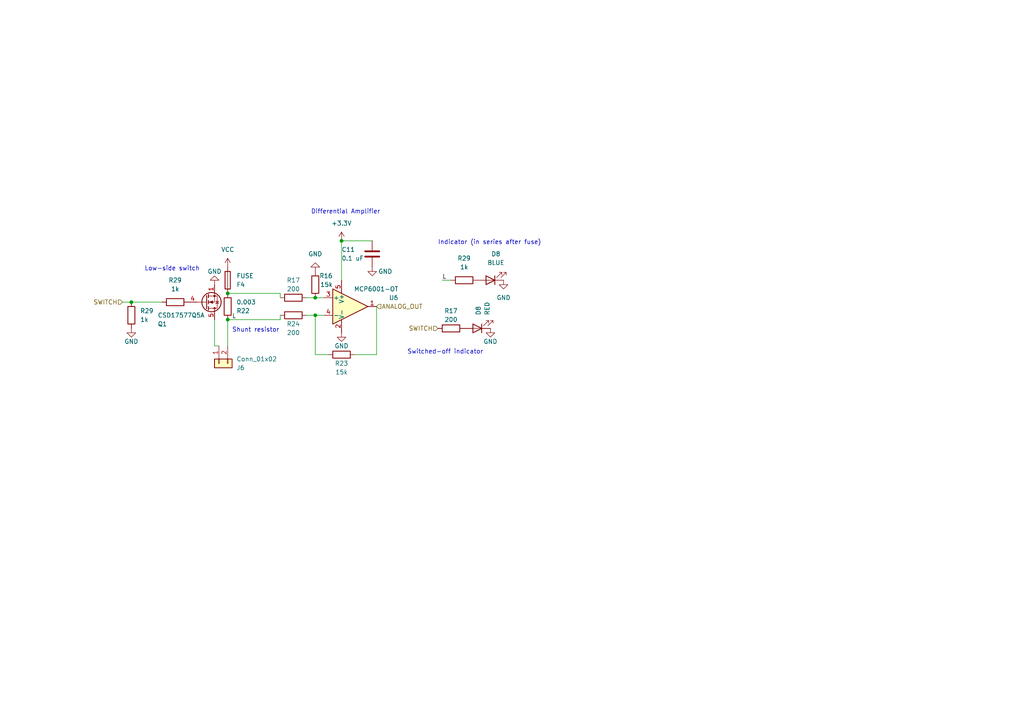
<source format=kicad_sch>
(kicad_sch (version 20230121) (generator eeschema)
  (paper "A4")
  (lib_symbols
    (symbol "Amplifier_Operational:MCP6001-OT" (pin_names (offset 0.127))
      (property "Reference" "U" (at -1.27 6.35 0))
      (property "Value" "MCP6001-OT" (at -1.27 3.81 0))
      (symbol "MCP6001-OT_0_1"
        (polyline (pts (xy -5.08 5.08) (xy 5.08 0) (xy -5.08 -5.08) (xy -5.08 5.08)) (stroke (width 0.254)) (fill (type background)))
        (pin power_in line (at -2.54 -7.62 90) (length 3.81) (name "V-") (number "2"))
        (pin power_in line (at -2.54 7.62 270) (length 3.81) (name "V+") (number "5"))
      )
      (symbol "MCP6001-OT_1_1"
        (pin output line (at 7.62 0 180) (length 2.54) (name "~") (number "1"))
        (pin input line (at -7.62 2.54 0) (length 2.54) (name "+") (number "3"))
        (pin input line (at -7.62 -2.54 0) (length 2.54) (name "-") (number "4"))
      )
    )
    (symbol "Connector_Generic:Conn_01x02" (pin_names (offset 1.016) hide)
      (property "Reference" "J" (at 0 2.54 0))
      (property "Value" "Conn_01x02" (at 0 -5.08 0))
      (symbol "Conn_01x02_1_1"
        (rectangle (start -1.27 -2.413) (end 0 -2.667) (stroke (width 0.1524)))
        (rectangle (start -1.27 0.127) (end 0 -0.127) (stroke (width 0.1524)))
        (rectangle (start -1.27 1.27) (end 1.27 -3.81) (stroke (width 0.254)) (fill (type background)))
        (pin passive line (at -5.08 0 0) (length 3.81) (name "Pin_1") (number "1"))
        (pin passive line (at -5.08 -2.54 0) (length 3.81) (name "Pin_2") (number "2"))
      )
    )
    (symbol "Device:C" (pin_numbers hide) (pin_names (offset 0.254))
      (property "Reference" "C" (at 0.635 2.54 0))
      (property "Value" "C" (at 0.635 -2.54 0))
      (symbol "C_0_1"
        (polyline (pts (xy -2.032 -0.762) (xy 2.032 -0.762)) (stroke (width 0.508)))
        (polyline (pts (xy -2.032 0.762) (xy 2.032 0.762)) (stroke (width 0.508)))
      )
      (symbol "C_1_1"
        (pin passive line (at 0 3.81 270) (length 2.794) (name "~") (number "1"))
        (pin passive line (at 0 -3.81 90) (length 2.794) (name "~") (number "2"))
      )
    )
    (symbol "Device:Fuse" (pin_numbers hide) (pin_names (offset 0))
      (property "Reference" "F" (at 2.032 0 90))
      (property "Value" "Fuse" (at -1.905 0 90))
      (symbol "Fuse_0_1"
        (rectangle (start -0.762 -2.54) (end 0.762 2.54) (stroke (width 0.254)))
        (polyline (pts (xy 0 2.54) (xy 0 -2.54)))
      )
      (symbol "Fuse_1_1"
        (pin passive line (at 0 3.81 270) (length 1.27) (name "~") (number "1"))
        (pin passive line (at 0 -3.81 90) (length 1.27) (name "~") (number "2"))
      )
    )
    (symbol "Device:LED" (pin_numbers hide) (pin_names (offset 1.016) hide)
      (property "Reference" "D" (at 0 2.54 0))
      (property "Value" "LED" (at 0 -2.54 0))
      (symbol "LED_0_1"
        (polyline (pts (xy -1.27 -1.27) (xy -1.27 1.27)) (stroke (width 0.254)))
        (polyline (pts (xy -1.27 0) (xy 1.27 0)))
        (polyline (pts (xy 1.27 -1.27) (xy 1.27 1.27) (xy -1.27 0) (xy 1.27 -1.27)) (stroke (width 0.254)))
        (polyline (pts (xy -3.048 -0.762) (xy -4.572 -2.286) (xy -3.81 -2.286) (xy -4.572 -2.286) (xy -4.572 -1.524)))
        (polyline (pts (xy -1.778 -0.762) (xy -3.302 -2.286) (xy -2.54 -2.286) (xy -3.302 -2.286) (xy -3.302 -1.524)))
      )
      (symbol "LED_1_1"
        (pin passive line (at -3.81 0 0) (length 2.54) (name "K") (number "1"))
        (pin passive line (at 3.81 0 180) (length 2.54) (name "A") (number "2"))
      )
    )
    (symbol "Device:R" (pin_numbers hide) (pin_names (offset 0))
      (property "Reference" "R" (at 2.032 0 90))
      (property "Value" "R" (at 0 0 90))
      (symbol "R_0_1"
        (rectangle (start -1.016 -2.54) (end 1.016 2.54) (stroke (width 0.254)))
      )
      (symbol "R_1_1"
        (pin passive line (at 0 3.81 270) (length 1.27) (name "~") (number "1"))
        (pin passive line (at 0 -3.81 90) (length 1.27) (name "~") (number "2"))
      )
    )
    (symbol "Transistor_FET:CSD17577Q5A" (pin_names hide)
      (property "Reference" "Q" (at 5.08 1.905 0))
      (property "Value" "CSD17577Q5A" (at 5.08 0 0))
      (symbol "CSD17577Q5A_0_1"
        (polyline (pts (xy 0.254 0) (xy -2.54 0)))
        (polyline (pts (xy 0.254 1.905) (xy 0.254 -1.905)) (stroke (width 0.254)))
        (polyline (pts (xy 0.762 -1.27) (xy 0.762 -2.286)) (stroke (width 0.254)))
        (polyline (pts (xy 0.762 0.508) (xy 0.762 -0.508)) (stroke (width 0.254)))
        (polyline (pts (xy 0.762 2.286) (xy 0.762 1.27)) (stroke (width 0.254)))
        (polyline (pts (xy 2.54 2.54) (xy 2.54 1.778)))
        (polyline (pts (xy 2.54 -2.54) (xy 2.54 0) (xy 0.762 0)))
        (polyline (pts (xy 0.762 -1.778) (xy 3.302 -1.778) (xy 3.302 1.778) (xy 0.762 1.778)))
        (polyline (pts (xy 1.016 0) (xy 2.032 0.381) (xy 2.032 -0.381) (xy 1.016 0)) (fill (type outline)))
        (polyline (pts (xy 2.794 0.508) (xy 2.921 0.381) (xy 3.683 0.381) (xy 3.81 0.254)))
        (polyline (pts (xy 3.302 0.381) (xy 2.921 -0.254) (xy 3.683 -0.254) (xy 3.302 0.381)))
        (circle (center 1.651 0) (radius 2.794) (stroke (width 0.254)))
        (circle (center 2.54 -1.778) (radius 0.254) (fill (type outline)))
        (circle (center 2.54 1.778) (radius 0.254) (fill (type outline)))
      )
      (symbol "CSD17577Q5A_1_1"
        (pin passive line (at 2.54 -5.08 90) (length 2.54) (name "S") (number "1"))
        (pin passive line (at 2.54 -5.08 90) (length 2.54) hide (name "S") (number "2"))
        (pin passive line (at 2.54 -5.08 90) (length 2.54) hide (name "S") (number "3"))
        (pin passive line (at -5.08 0 0) (length 2.54) (name "G") (number "4"))
        (pin passive line (at 2.54 5.08 270) (length 2.54) (name "D") (number "5"))
      )
    )
    (symbol "power:+3.3V" (power) (pin_names (offset 0))
      (property "Value" "+3.3V" (at 0 3.556 0))
      (symbol "+3.3V_0_1"
        (polyline (pts (xy -0.762 1.27) (xy 0 2.54)))
        (polyline (pts (xy 0 0) (xy 0 2.54)))
        (polyline (pts (xy 0 2.54) (xy 0.762 1.27)))
      )
      (symbol "+3.3V_1_1"
        (pin power_in line (at 0 0 90) (length 0) hide (name "+3.3V") (number "1"))
      )
    )
    (symbol "power:GND" (power) (pin_names (offset 0))
      (property "Value" "GND" (at 0 -3.81 0))
      (symbol "GND_0_1"
        (polyline (pts (xy 0 0) (xy 0 -1.27) (xy 1.27 -1.27) (xy 0 -2.54) (xy -1.27 -1.27) (xy 0 -1.27)))
      )
      (symbol "GND_1_1"
        (pin power_in line (at 0 0 270) (length 0) hide (name "GND") (number "1"))
      )
    )
    (symbol "power:VCC" (power) (pin_names (offset 0))
      (property "Value" "VCC" (at 0 3.81 0))
      (symbol "VCC_0_1"
        (polyline (pts (xy -0.762 1.27) (xy 0 2.54)))
        (polyline (pts (xy 0 0) (xy 0 2.54)))
        (polyline (pts (xy 0 2.54) (xy 0.762 1.27)))
      )
      (symbol "VCC_1_1"
        (pin power_in line (at 0 0 90) (length 0) hide (name "VCC") (number "1"))
      )
    )
  )
  (junction (at 38.1 87.63))
  (junction (at 91.44 91.44))
  (junction (at 66.04 92.71))
  (junction (at 91.44 86.36))
  (junction (at 66.04 85.09))
  (junction (at 99.06 69.85))
  (wire (pts (xy 62.23 92.71) (xy 62.23 100.33)))
  (wire (pts (xy 93.98 91.44) (xy 91.44 91.44)))
  (wire (pts (xy 91.44 86.36) (xy 88.9 86.36)))
  (wire (pts (xy 128.27 81.28) (xy 130.81 81.28)))
  (wire (pts (xy 99.06 69.85) (xy 107.95 69.85)))
  (wire (pts (xy 93.98 86.36) (xy 91.44 86.36)))
  (wire (pts (xy 35.56 87.63) (xy 38.1 87.63)))
  (wire (pts (xy 91.44 102.87) (xy 91.44 91.44)))
  (wire (pts (xy 66.04 100.33) (xy 66.04 92.71)))
  (wire (pts (xy 109.22 102.87) (xy 109.22 88.9)))
  (wire (pts (xy 81.28 86.36) (xy 81.28 85.09)))
  (wire (pts (xy 62.23 100.33) (xy 63.5 100.33)))
  (wire (pts (xy 38.1 87.63) (xy 46.99 87.63)))
  (wire (pts (xy 91.44 91.44) (xy 88.9 91.44)))
  (wire (pts (xy 91.44 102.87) (xy 95.25 102.87)))
  (wire (pts (xy 99.06 69.85) (xy 99.06 81.28)))
  (wire (pts (xy 66.04 92.71) (xy 81.28 92.71)))
  (wire (pts (xy 102.87 102.87) (xy 109.22 102.87)))
  (wire (pts (xy 81.28 85.09) (xy 66.04 85.09)))
  (wire (pts (xy 81.28 92.71) (xy 81.28 91.44)))
  (text "Differential Amplifier" (at 90.17 62.23 0) (effects (font (size 1.27 1.27)) (justify left bottom)))
  (text "Shunt resistor" (at 67.31 96.52 0) (effects (font (size 1.27 1.27)) (justify left bottom)))
  (text "Indicator (in series after fuse)" (at 127 71.12 0) (effects (font (size 1.27 1.27)) (justify left bottom)))
  (text "Switched-off indicator" (at 118.11 102.87 0) (effects (font (size 1.27 1.27)) (justify left bottom)))
  (text "Low-side switch" (at 41.91 78.74 0) (effects (font (size 1.27 1.27)) (justify left bottom)))
  (label "L" (at 128.27 81.28 0))
  (label "L" (at 67.31 92.71 0))
  (hierarchical_label "SWITCH" (shape input) (at 127 95.25 180))
  (hierarchical_label "SWITCH" (shape input) (at 35.56 87.63 180))
  (hierarchical_label "ANALOG_OUT" (shape input) (at 109.22 88.9 0))
  (symbol (lib_id "Connector_Generic:Conn_01x02") (at 63.5 105.41 90) (mirror x) (unit 1)
    (property "Reference" "J6" (at 68.58 106.6801 90) (effects (justify right)))
    (property "Value" "Conn_01x02" (at 68.58 104.1401 90) (effects (justify right)))
    (property "Footprint" "Connector_JST:JST_VH_B2P-VH-B_1x02_P3.96mm_Vertical" (effects hide))
    (instances (project "Hephaestos" (path "" (reference "J6") (unit 1)) (path "" (reference "J8") (unit 1)) (path "" (reference "J4") (unit 1)) (path "" (reference "J7") (unit 1)) (path "" (reference "J5") (unit 1)) (path "" (reference "J2") (unit 1)) (path "" (reference "J3") (unit 1)) (path "" (reference "J11") (unit 1))))
  )
  (symbol (lib_id "power:GND") (at 91.44 78.74 180) (unit 1)
    (property "Reference" "#PWR046" (effects hide))
    (property "Value" "GND" (at 91.44 73.66 0))
    (instances (project "Hephaestos" (path "" (reference "#PWR046") (unit 1)) (path "" (reference "#PWR056") (unit 1)) (path "" (reference "#PWR070") (unit 1)) (path "" (reference "#PWR077") (unit 1)) (path "" (reference "#PWR084") (unit 1)) (path "" (reference "#PWR091") (unit 1)) (path "" (reference "#PWR039") (unit 1)) (path "" (reference "#PWR063") (unit 1))))
  )
  (symbol (lib_id "Device:R") (at 130.81 95.25 270) (unit 1)
    (property "Reference" "R17" (at 130.81 90.17 90))
    (property "Value" "200" (at 130.81 92.71 90))
    (property "Footprint" "Resistor_SMD:R_0402_1005Metric" (effects hide))
    (instances (project "Hephaestos" (path "" (reference "R17") (unit 1)) (path "" (reference "R42") (unit 1)) (path "" (reference "R17") (unit 1)) (path "" (reference "R45") (unit 1)) (path "" (reference "R34") (unit 1)) (path "" (reference "R9") (unit 1)) (path "" (reference "R5") (unit 1)) (path "" (reference "R43") (unit 1))))
  )
  (symbol (lib_id "power:VCC") (at 66.04 77.47 0) (mirror y) (unit 1)
    (property "Reference" "#PWR045" (effects hide))
    (property "Value" "VCC" (at 66.04 72.39 0))
    (instances (project "Hephaestos" (path "" (reference "#PWR045") (unit 1)) (path "" (reference "#PWR055") (unit 1)) (path "" (reference "#PWR069") (unit 1)) (path "" (reference "#PWR076") (unit 1)) (path "" (reference "#PWR083") (unit 1)) (path "" (reference "#PWR090") (unit 1)) (path "" (reference "#PWR035") (unit 1)) (path "" (reference "#PWR062") (unit 1))))
  )
  (symbol (lib_id "Device:R") (at 99.06 102.87 90) (unit 1)
    (property "Reference" "R23" (at 99.06 105.41 90))
    (property "Value" "15k" (at 99.06 107.95 90))
    (property "Footprint" "Resistor_SMD:R_0402_1005Metric" (effects hide))
    (instances (project "Hephaestos" (path "" (reference "R23") (unit 1)) (path "" (reference "R39") (unit 1)) (path "" (reference "R16") (unit 1)) (path "" (reference "R47") (unit 1)) (path "" (reference "R35") (unit 1)) (path "" (reference "R10") (unit 1)) (path "" (reference "R3") (unit 1)) (path "" (reference "R60") (unit 1))))
  )
  (symbol (lib_id "Transistor_FET:CSD17577Q5A") (at 59.69 87.63 0) (mirror x) (unit 1)
    (property "Reference" "Q1" (at 45.72 93.98 0) (effects (justify left)))
    (property "Value" "CSD17577Q5A" (at 45.72 91.44 0) (effects (justify left)))
    (property "Footprint" "Package_TO_SOT_SMD:TDSON-8-1" (effects hide))
    (property "Datasheet" "http://www.ti.com/lit/gpn/csd17577q5a" (effects hide))
    (property "JLCPCB_CORRECTION" "0;0;270" (effects hide))
    (instances (project "Hephaestos" (path "" (reference "Q1") (unit 1)) (path "" (reference "Q2") (unit 1)) (path "" (reference "Q1") (unit 1))) (project "Helios" (path "" (reference "Q2") (unit 1))))
  )
  (symbol (lib_id "power:GND") (at 62.23 82.55 0) (mirror x) (unit 1)
    (property "Reference" "#PWR09" (effects hide))
    (property "Value" "GND" (at 62.23 78.74 0))
    (instances (project "Hephaestos" (path "" (reference "#PWR09") (unit 1)) (path "" (reference "#PWR022") (unit 1)) (path "" (reference "#PWR024") (unit 1)) (path "" (reference "#PWR025") (unit 1)) (path "" (reference "#PWR026") (unit 1)) (path "" (reference "#PWR027") (unit 1)) (path "" (reference "#PWR07") (unit 1)) (path "" (reference "#PWR023") (unit 1))))
  )
  (symbol (lib_id "Amplifier_Operational:MCP6001-OT") (at 101.6 88.9 0) (unit 1)
    (property "Reference" "U6" (at 115.57 86.36 0) (effects (justify right)))
    (property "Value" "MCP6001-OT" (at 115.57 83.82 0) (effects (justify right)))
    (property "Footprint" "Package_TO_SOT_SMD:SOT-23-5" (effects hide))
    (property "Datasheet" "http://ww1.microchip.com/downloads/en/DeviceDoc/21733j.pdf" (effects hide))
    (property "JLCPCB_CORRECTION" "0; 0; 180" (effects hide))
    (instances (project "Hephaestos" (path "" (reference "U6") (unit 1)) (path "" (reference "U9") (unit 1)) (path "" (reference "U4") (unit 1)) (path "" (reference "U11") (unit 1)) (path "" (reference "U8") (unit 1)) (path "" (reference "U4") (unit 1)) (path "" (reference "U1") (unit 1)) (path "" (reference "U12") (unit 1))))
  )
  (symbol (lib_id "power:GND") (at 107.95 77.47 0) (unit 1)
    (property "Reference" "#PWR042" (effects hide))
    (property "Value" "GND" (at 111.76 78.74 0))
    (instances (project "Hephaestos" (path "" (reference "#PWR042") (unit 1)) (path "" (reference "#PWR052") (unit 1)) (path "" (reference "#PWR066") (unit 1)) (path "" (reference "#PWR073") (unit 1)) (path "" (reference "#PWR080") (unit 1)) (path "" (reference "#PWR087") (unit 1)) (path "" (reference "#PWR032") (unit 1)) (path "" (reference "#PWR059") (unit 1))))
  )
  (symbol (lib_id "Device:C") (at 107.95 73.66 0) (unit 1)
    (property "Reference" "C11" (at 99.06 72.39 0) (effects (justify left)))
    (property "Value" "0.1 uF" (at 99.06 74.93 0) (effects (justify left)))
    (property "Footprint" "Capacitor_SMD:C_0402_1005Metric" (effects hide))
    (instances (project "Hephaestos" (path "" (reference "C11") (unit 1)) (path "" (reference "C20") (unit 1)) (path "" (reference "C4") (unit 1)) (path "" (reference "C22") (unit 1)) (path "" (reference "C12") (unit 1)) (path "" (reference "C7") (unit 1)) (path "" (reference "C1") (unit 1)) (path "" (reference "C27") (unit 1))))
  )
  (symbol (lib_id "Device:R") (at 38.1 91.44 0) (unit 1)
    (property "Reference" "R29" (at 40.64 90.17 0) (effects (justify left)))
    (property "Value" "1k" (at 40.64 92.71 0) (effects (justify left)))
    (property "Footprint" "Resistor_SMD:R_0402_1005Metric" (effects hide))
    (instances (project "Hephaestos" (path "" (reference "R29") (unit 1)) (path "" (reference "R44") (unit 1)) (path "" (reference "R26") (unit 1)) (path "" (reference "R43") (unit 1)) (path "" (reference "R25") (unit 1)) (path "" (reference "R7") (unit 1)) (path "" (reference "R8") (unit 1)) (path "" (reference "R44") (unit 1))))
  )
  (symbol (lib_id "Device:LED") (at 142.24 81.28 180) (unit 1)
    (property "Reference" "D8" (at 143.8275 73.66 0))
    (property "Value" "BLUE" (at 143.8275 76.2 0))
    (property "Footprint" "LED_SMD:LED_0805_2012Metric" (effects hide))
    (instances (project "Hephaestos" (path "" (reference "D8") (unit 1)) (path "" (reference "D10") (unit 1)) (path "" (reference "D5") (unit 1)) (path "" (reference "D9") (unit 1)) (path "" (reference "D4") (unit 1)) (path "" (reference "D2") (unit 1)) (path "" (reference "D3") (unit 1)) (path "" (reference "D14") (unit 1))))
  )
  (symbol (lib_id "Device:R") (at 85.09 86.36 270) (unit 1)
    (property "Reference" "R17" (at 85.09 81.28 90))
    (property "Value" "200" (at 85.09 83.82 90))
    (property "Footprint" "Resistor_SMD:R_0402_1005Metric" (effects hide))
    (instances (project "Hephaestos" (path "" (reference "R17") (unit 1)) (path "" (reference "R42") (unit 1)) (path "" (reference "R7") (unit 1)) (path "" (reference "R45") (unit 1)) (path "" (reference "R34") (unit 1)) (path "" (reference "R9") (unit 1)) (path "" (reference "R5") (unit 1)) (path "" (reference "R68") (unit 1))))
  )
  (symbol (lib_id "power:GND") (at 146.05 81.28 0) (unit 1)
    (property "Reference" "#PWR050" (effects hide))
    (property "Value" "GND" (at 146.05 86.36 0))
    (instances (project "Hephaestos" (path "" (reference "#PWR050") (unit 1)) (path "" (reference "#PWR057") (unit 1)) (path "" (reference "#PWR071") (unit 1)) (path "" (reference "#PWR078") (unit 1)) (path "" (reference "#PWR085") (unit 1)) (path "" (reference "#PWR092") (unit 1)) (path "" (reference "#PWR040") (unit 1)) (path "" (reference "#PWR064") (unit 1))))
  )
  (symbol (lib_id "Device:LED") (at 138.43 95.25 180) (unit 1)
    (property "Reference" "D8" (at 138.7475 91.44 90) (effects (justify right)))
    (property "Value" "RED" (at 141.2875 91.44 90) (effects (justify right)))
    (property "Footprint" "LED_SMD:LED_0805_2012Metric" (effects hide))
    (instances (project "Hephaestos" (path "" (reference "D8") (unit 1)) (path "" (reference "D10") (unit 1)) (path "" (reference "D4") (unit 1)) (path "" (reference "D9") (unit 1)) (path "" (reference "D4") (unit 1)) (path "" (reference "D2") (unit 1)) (path "" (reference "D3") (unit 1)) (path "" (reference "D15") (unit 1))))
  )
  (symbol (lib_id "Device:R") (at 91.44 82.55 180) (unit 1)
    (property "Reference" "R16" (at 96.52 80.01 0) (effects (justify left)))
    (property "Value" "15k" (at 96.52 82.55 0) (effects (justify left)))
    (property "Footprint" "Resistor_SMD:R_0402_1005Metric" (effects hide))
    (instances (project "Hephaestos" (path "" (reference "R16") (unit 1)) (path "" (reference "R41") (unit 1)) (path "" (reference "R8") (unit 1)) (path "" (reference "R49") (unit 1)) (path "" (reference "R33") (unit 1)) (path "" (reference "R13") (unit 1)) (path "" (reference "R6") (unit 1)) (path "" (reference "R67") (unit 1))))
  )
  (symbol (lib_id "Device:Fuse") (at 66.04 81.28 0) (mirror x) (unit 1)
    (property "Reference" "F4" (at 68.58 82.5501 0) (effects (justify left)))
    (property "Value" "FUSE" (at 68.58 80.0101 0) (effects (justify left)))
    (property "Footprint" "Fuse:Fuseholder_Blade_Mini_Keystone_3568" (effects hide))
    (instances (project "Hephaestos" (path "" (reference "F4") (unit 1)) (path "" (reference "F6") (unit 1)) (path "" (reference "F4") (unit 1)) (path "" (reference "F5") (unit 1)) (path "" (reference "F3") (unit 1)) (path "" (reference "F1") (unit 1)) (path "" (reference "F2") (unit 1)) (path "" (reference "F9") (unit 1))))
  )
  (symbol (lib_id "Device:R") (at 50.8 87.63 90) (unit 1)
    (property "Reference" "R29" (at 50.8 81.28 90))
    (property "Value" "1k" (at 50.8 83.82 90))
    (property "Footprint" "Resistor_SMD:R_0402_1005Metric" (effects hide))
    (instances (project "Hephaestos" (path "" (reference "R29") (unit 1)) (path "" (reference "R44") (unit 1)) (path "" (reference "R70") (unit 1)) (path "" (reference "R43") (unit 1)) (path "" (reference "R25") (unit 1)) (path "" (reference "R7") (unit 1)) (path "" (reference "R8") (unit 1)) (path "" (reference "R69") (unit 1))))
  )
  (symbol (lib_id "power:GND") (at 99.06 96.52 0) (unit 1)
    (property "Reference" "#PWR041" (effects hide))
    (property "Value" "GND" (at 99.06 100.33 0))
    (instances (project "Hephaestos" (path "" (reference "#PWR041") (unit 1)) (path "" (reference "#PWR051") (unit 1)) (path "" (reference "#PWR065") (unit 1)) (path "" (reference "#PWR072") (unit 1)) (path "" (reference "#PWR079") (unit 1)) (path "" (reference "#PWR086") (unit 1)) (path "" (reference "#PWR031") (unit 1)) (path "" (reference "#PWR058") (unit 1))))
  )
  (symbol (lib_id "Device:R") (at 66.04 88.9 0) (mirror x) (unit 1)
    (property "Reference" "R22" (at 68.58 90.17 0) (effects (justify left)))
    (property "Value" "0.003" (at 68.58 87.6301 0) (effects (justify left)))
    (property "Footprint" "Resistor_SMD:R_0805_2012Metric" (effects hide))
    (instances (project "Hephaestos" (path "" (reference "R22") (unit 1)) (path "" (reference "R38") (unit 1)) (path "" (reference "R25") (unit 1)) (path "" (reference "R48") (unit 1)) (path "" (reference "R36") (unit 1)) (path "" (reference "R12") (unit 1)) (path "" (reference "R2") (unit 1)) (path "" (reference "R51") (unit 1))))
  )
  (symbol (lib_id "Device:R") (at 134.62 81.28 270) (unit 1)
    (property "Reference" "R29" (at 134.62 74.93 90))
    (property "Value" "1k" (at 134.62 77.47 90))
    (property "Footprint" "Resistor_SMD:R_0402_1005Metric" (effects hide))
    (instances (project "Hephaestos" (path "" (reference "R29") (unit 1)) (path "" (reference "R44") (unit 1)) (path "" (reference "R24") (unit 1)) (path "" (reference "R43") (unit 1)) (path "" (reference "R25") (unit 1)) (path "" (reference "R7") (unit 1)) (path "" (reference "R8") (unit 1)) (path "" (reference "R52") (unit 1))))
  )
  (symbol (lib_id "power:+3.3V") (at 99.06 69.85 0) (unit 1)
    (property "Reference" "#PWR043" (effects hide))
    (property "Value" "+3.3V" (at 99.06 64.77 0))
    (instances (project "Hephaestos" (path "" (reference "#PWR043") (unit 1)) (path "" (reference "#PWR053") (unit 1)) (path "" (reference "#PWR067") (unit 1)) (path "" (reference "#PWR074") (unit 1)) (path "" (reference "#PWR081") (unit 1)) (path "" (reference "#PWR088") (unit 1)) (path "" (reference "#PWR033") (unit 1)) (path "" (reference "#PWR060") (unit 1))))
  )
  (symbol (lib_id "power:GND") (at 142.24 95.25 0) (unit 1)
    (property "Reference" "#PWR09" (effects hide))
    (property "Value" "GND" (at 142.24 99.06 0))
    (instances (project "Hephaestos" (path "" (reference "#PWR09") (unit 1)) (path "" (reference "#PWR022") (unit 1)) (path "" (reference "#PWR096") (unit 1)) (path "" (reference "#PWR025") (unit 1)) (path "" (reference "#PWR026") (unit 1)) (path "" (reference "#PWR027") (unit 1)) (path "" (reference "#PWR07") (unit 1)) (path "" (reference "#PWR095") (unit 1))))
  )
  (symbol (lib_id "power:GND") (at 38.1 95.25 0) (unit 1)
    (property "Reference" "#PWR09" (effects hide))
    (property "Value" "GND" (at 38.1 99.06 0))
    (instances (project "Hephaestos" (path "" (reference "#PWR09") (unit 1)) (path "" (reference "#PWR022") (unit 1)) (path "" (reference "#PWR094") (unit 1)) (path "" (reference "#PWR025") (unit 1)) (path "" (reference "#PWR026") (unit 1)) (path "" (reference "#PWR027") (unit 1)) (path "" (reference "#PWR07") (unit 1)) (path "" (reference "#PWR093") (unit 1))))
  )
  (symbol (lib_id "Device:R") (at 85.09 91.44 270) (unit 1)
    (property "Reference" "R24" (at 85.09 93.98 90))
    (property "Value" "200" (at 85.09 96.52 90))
    (property "Footprint" "Resistor_SMD:R_0402_1005Metric" (effects hide))
    (instances (project "Hephaestos" (path "" (reference "R24") (unit 1)) (path "" (reference "R40") (unit 1)) (path "" (reference "R15") (unit 1)) (path "" (reference "R46") (unit 1)) (path "" (reference "R30") (unit 1)) (path "" (reference "R11") (unit 1)) (path "" (reference "R4") (unit 1)) (path "" (reference "R56") (unit 1))))
  )
)
</source>
